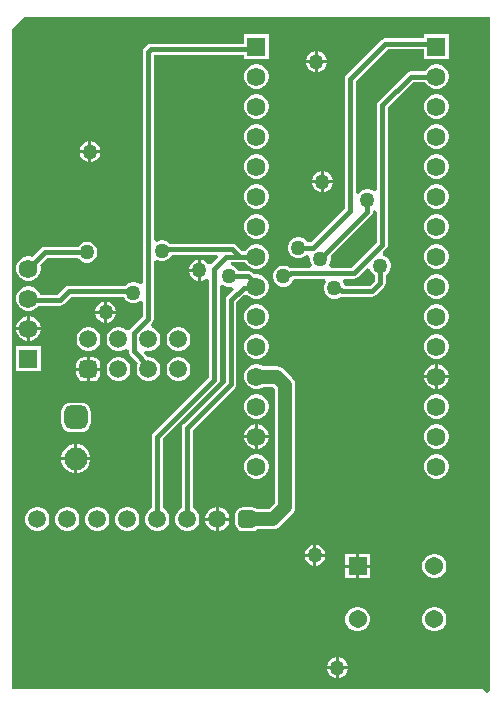
<source format=gbl>
G04*
G04 #@! TF.GenerationSoftware,Altium Limited,Altium Designer,25.6.2 (33)*
G04*
G04 Layer_Physical_Order=2*
G04 Layer_Color=16711680*
%FSLAX44Y44*%
%MOMM*%
G71*
G04*
G04 #@! TF.SameCoordinates,F49642FE-DF47-4963-9727-11F46748976D*
G04*
G04*
G04 #@! TF.FilePolarity,Positive*
G04*
G01*
G75*
%ADD12C,0.4000*%
%ADD26R,1.5900X1.5900*%
%ADD27C,1.5900*%
%ADD28R,1.5400X1.5400*%
%ADD29C,1.5400*%
%ADD38C,1.5000*%
G04:AMPARAMS|DCode=39|XSize=1.5mm|YSize=1.5mm|CornerRadius=0.375mm|HoleSize=0mm|Usage=FLASHONLY|Rotation=0.000|XOffset=0mm|YOffset=0mm|HoleType=Round|Shape=RoundedRectangle|*
%AMROUNDEDRECTD39*
21,1,1.5000,0.7500,0,0,0.0*
21,1,0.7500,1.5000,0,0,0.0*
1,1,0.7500,0.3750,-0.3750*
1,1,0.7500,-0.3750,-0.3750*
1,1,0.7500,-0.3750,0.3750*
1,1,0.7500,0.3750,0.3750*
%
%ADD39ROUNDEDRECTD39*%
G04:AMPARAMS|DCode=40|XSize=1.95mm|YSize=1.95mm|CornerRadius=0.4875mm|HoleSize=0mm|Usage=FLASHONLY|Rotation=270.000|XOffset=0mm|YOffset=0mm|HoleType=Round|Shape=RoundedRectangle|*
%AMROUNDEDRECTD40*
21,1,1.9500,0.9750,0,0,270.0*
21,1,0.9750,1.9500,0,0,270.0*
1,1,0.9750,-0.4875,-0.4875*
1,1,0.9750,-0.4875,0.4875*
1,1,0.9750,0.4875,0.4875*
1,1,0.9750,0.4875,-0.4875*
%
%ADD40ROUNDEDRECTD40*%
%ADD41C,1.9500*%
%ADD42C,1.5200*%
G04:AMPARAMS|DCode=43|XSize=1.52mm|YSize=1.52mm|CornerRadius=0.38mm|HoleSize=0mm|Usage=FLASHONLY|Rotation=180.000|XOffset=0mm|YOffset=0mm|HoleType=Round|Shape=RoundedRectangle|*
%AMROUNDEDRECTD43*
21,1,1.5200,0.7600,0,0,180.0*
21,1,0.7600,1.5200,0,0,180.0*
1,1,0.7600,-0.3800,0.3800*
1,1,0.7600,0.3800,0.3800*
1,1,0.7600,0.3800,-0.3800*
1,1,0.7600,-0.3800,-0.3800*
%
%ADD43ROUNDEDRECTD43*%
%ADD44C,1.2700*%
%ADD45C,1.2000*%
G36*
X760730Y148590D02*
X758190Y146050D01*
X754380Y149860D01*
X355600D01*
Y708660D01*
X365760Y718820D01*
X760730D01*
Y148590D01*
D02*
G37*
%LPC*%
G36*
X725500Y703910D02*
X704520D01*
Y700589D01*
X671830D01*
X670059Y700237D01*
X668557Y699233D01*
X668557Y699233D01*
X638819Y669495D01*
X637816Y667994D01*
X637463Y666222D01*
X637463Y666222D01*
Y556540D01*
X608792Y527869D01*
X605763D01*
X605284Y528699D01*
X603629Y530354D01*
X601601Y531524D01*
X599340Y532130D01*
X597000D01*
X594739Y531524D01*
X592711Y530354D01*
X591056Y528699D01*
X589886Y526671D01*
X589280Y524410D01*
Y522070D01*
X589886Y519809D01*
X591056Y517781D01*
X592711Y516126D01*
X594739Y514956D01*
X597000Y514350D01*
X599340D01*
X601601Y514956D01*
X603629Y516126D01*
X604519Y517017D01*
X605938Y517034D01*
X607447Y515528D01*
X607892Y514826D01*
Y512742D01*
X608498Y510481D01*
X609458Y508819D01*
X609028Y507471D01*
X608251Y506279D01*
X592163D01*
X592163Y506279D01*
X591087Y506065D01*
X590929Y506224D01*
X588901Y507394D01*
X586640Y508000D01*
X584300D01*
X582039Y507394D01*
X580011Y506224D01*
X578356Y504569D01*
X577186Y502541D01*
X576580Y500280D01*
Y497940D01*
X577186Y495679D01*
X578356Y493651D01*
X580011Y491996D01*
X582039Y490826D01*
X584300Y490220D01*
X586640D01*
X588901Y490826D01*
X590929Y491996D01*
X592584Y493651D01*
X593754Y495679D01*
X594114Y497021D01*
X620557D01*
X621609Y494481D01*
X621536Y494409D01*
X620366Y492381D01*
X619760Y490120D01*
Y487780D01*
X620366Y485519D01*
X621536Y483491D01*
X623191Y481836D01*
X625219Y480666D01*
X627480Y480060D01*
X629820D01*
X632081Y480666D01*
X634109Y481836D01*
X634267Y481995D01*
X635343Y481781D01*
X635343Y481781D01*
X660400D01*
X660400Y481781D01*
X662171Y482133D01*
X663673Y483137D01*
X670563Y490027D01*
X670563Y490027D01*
X671567Y491529D01*
X671919Y493300D01*
X671919Y493300D01*
Y500407D01*
X672749Y500886D01*
X674404Y502541D01*
X675574Y504569D01*
X676180Y506830D01*
Y509170D01*
X675574Y511431D01*
X674404Y513459D01*
X672749Y515114D01*
X670721Y516284D01*
X670099Y516451D01*
X669340Y519284D01*
X672563Y522507D01*
X672563Y522507D01*
X673567Y524009D01*
X673919Y525780D01*
X673919Y525780D01*
Y641973D01*
X695337Y663391D01*
X705570D01*
X706616Y661579D01*
X708569Y659626D01*
X710961Y658245D01*
X713629Y657530D01*
X716391D01*
X719059Y658245D01*
X721451Y659626D01*
X723404Y661579D01*
X724785Y663971D01*
X725500Y666639D01*
Y669401D01*
X724785Y672069D01*
X723404Y674461D01*
X721451Y676414D01*
X719059Y677795D01*
X716391Y678510D01*
X713629D01*
X710961Y677795D01*
X708569Y676414D01*
X706616Y674461D01*
X705570Y672649D01*
X693420D01*
X693420Y672649D01*
X691649Y672297D01*
X690147Y671293D01*
X690147Y671293D01*
X666017Y647163D01*
X665013Y645661D01*
X664661Y643890D01*
X664661Y643890D01*
Y571973D01*
X662121Y570921D01*
X662049Y570994D01*
X660021Y572164D01*
X657760Y572770D01*
X655420D01*
X653159Y572164D01*
X651131Y570994D01*
X649476Y569339D01*
X649261Y568966D01*
X646721Y569647D01*
Y664305D01*
X673747Y691331D01*
X704520D01*
Y682930D01*
X725500D01*
Y703910D01*
D02*
G37*
G36*
X573100D02*
X552120D01*
Y695781D01*
X473241D01*
X471470Y695429D01*
X469968Y694425D01*
X469968Y694425D01*
X467625Y692082D01*
X466621Y690580D01*
X466269Y688809D01*
X466269Y688809D01*
Y493506D01*
X464572Y492598D01*
X463729Y492369D01*
X461901Y493424D01*
X459640Y494030D01*
X457300D01*
X455039Y493424D01*
X453011Y492254D01*
X451797Y491039D01*
X403860D01*
X403860Y491039D01*
X402089Y490687D01*
X400587Y489683D01*
X394323Y483419D01*
X379530D01*
X379345Y484109D01*
X377964Y486501D01*
X376011Y488454D01*
X373619Y489835D01*
X370951Y490550D01*
X368189D01*
X365521Y489835D01*
X363129Y488454D01*
X361176Y486501D01*
X359795Y484109D01*
X359080Y481441D01*
Y478679D01*
X359795Y476011D01*
X361176Y473619D01*
X363129Y471666D01*
X365521Y470285D01*
X368189Y469570D01*
X370951D01*
X373619Y470285D01*
X376011Y471666D01*
X377964Y473619D01*
X378277Y474161D01*
X396240D01*
X396240Y474161D01*
X398011Y474513D01*
X399513Y475517D01*
X405777Y481781D01*
X450166D01*
X450186Y481709D01*
X451356Y479681D01*
X453011Y478026D01*
X455039Y476856D01*
X457300Y476250D01*
X459640D01*
X461901Y476856D01*
X463729Y477911D01*
X464572Y477682D01*
X466269Y476774D01*
Y464442D01*
X455857Y454030D01*
X455622Y453678D01*
X452706Y453175D01*
X452503Y453235D01*
X451935Y453804D01*
X449645Y455126D01*
X447092Y455810D01*
X444448D01*
X441895Y455126D01*
X439605Y453804D01*
X437736Y451935D01*
X436414Y449645D01*
X435730Y447092D01*
Y444448D01*
X436414Y441895D01*
X437736Y439605D01*
X439605Y437736D01*
X441895Y436414D01*
X444448Y435730D01*
X447092D01*
X449645Y436414D01*
X451935Y437736D01*
X451961Y437762D01*
X454501Y436710D01*
Y435387D01*
X454501Y435387D01*
X454853Y433615D01*
X455857Y432113D01*
X462514Y425457D01*
X461814Y424245D01*
X461130Y421692D01*
Y419048D01*
X461814Y416495D01*
X463136Y414205D01*
X465005Y412336D01*
X467295Y411014D01*
X469848Y410330D01*
X472492D01*
X475045Y411014D01*
X477335Y412336D01*
X479204Y414205D01*
X480526Y416495D01*
X481210Y419048D01*
Y421692D01*
X480526Y424245D01*
X479204Y426535D01*
X477335Y428404D01*
X475045Y429726D01*
X472492Y430410D01*
X470653D01*
X467272Y433791D01*
X468587Y436068D01*
X469848Y435730D01*
X472492D01*
X475045Y436414D01*
X477335Y437736D01*
X479204Y439605D01*
X480526Y441895D01*
X481210Y444448D01*
Y447092D01*
X480526Y449645D01*
X479204Y451935D01*
X477335Y453804D01*
X475045Y455126D01*
X473935Y455423D01*
X473176Y458256D01*
X474171Y459252D01*
X474171Y459252D01*
X475174Y460754D01*
X475527Y462525D01*
Y511836D01*
X478067Y513052D01*
X479169Y512416D01*
X481430Y511810D01*
X483770D01*
X486031Y512416D01*
X488059Y513586D01*
X489714Y515241D01*
X490884Y517269D01*
X490904Y517341D01*
X529066D01*
X530038Y514994D01*
X524505Y509461D01*
X521861Y509492D01*
X521502Y509633D01*
X521386Y509727D01*
X519809Y511304D01*
X517781Y512474D01*
X515620Y513053D01*
Y504190D01*
Y495327D01*
X517781Y495906D01*
X519809Y497076D01*
X519881Y497149D01*
X522421Y496097D01*
Y413397D01*
X475517Y366493D01*
X474513Y364991D01*
X474161Y363220D01*
X474161Y363220D01*
Y302406D01*
X472564Y301484D01*
X470676Y299596D01*
X469341Y297284D01*
X468650Y294705D01*
Y292035D01*
X469341Y289456D01*
X470676Y287144D01*
X472564Y285256D01*
X474876Y283921D01*
X477455Y283230D01*
X480125D01*
X482704Y283921D01*
X485016Y285256D01*
X486904Y287144D01*
X488239Y289456D01*
X488930Y292035D01*
Y294705D01*
X488239Y297284D01*
X486904Y299596D01*
X485016Y301484D01*
X483419Y302406D01*
Y361303D01*
X530323Y408207D01*
X530323Y408207D01*
X531327Y409709D01*
X531679Y411480D01*
X531679Y411480D01*
Y491017D01*
X534219Y492069D01*
X534291Y491996D01*
X536319Y490826D01*
X538580Y490220D01*
X540920D01*
X543323Y488234D01*
X543400Y487716D01*
X537747Y482063D01*
X536743Y480561D01*
X536391Y478790D01*
X536391Y478790D01*
Y409587D01*
X500917Y374113D01*
X499913Y372611D01*
X499561Y370840D01*
X499561Y370840D01*
Y302406D01*
X497964Y301484D01*
X496076Y299596D01*
X494741Y297284D01*
X494050Y294705D01*
Y292035D01*
X494741Y289456D01*
X496076Y287144D01*
X497964Y285256D01*
X500276Y283921D01*
X502855Y283230D01*
X505525D01*
X508104Y283921D01*
X510416Y285256D01*
X512304Y287144D01*
X513639Y289456D01*
X514330Y292035D01*
Y294705D01*
X513639Y297284D01*
X512304Y299596D01*
X510416Y301484D01*
X508819Y302406D01*
Y368923D01*
X544293Y404397D01*
X544293Y404397D01*
X545297Y405899D01*
X545649Y407670D01*
X545649Y407670D01*
Y476873D01*
X551749Y482972D01*
X552221Y483127D01*
X555182Y482813D01*
X556169Y481826D01*
X558561Y480445D01*
X561229Y479730D01*
X563991D01*
X566659Y480445D01*
X569051Y481826D01*
X571004Y483779D01*
X572385Y486171D01*
X573100Y488839D01*
Y491601D01*
X572385Y494269D01*
X571004Y496661D01*
X569051Y498614D01*
X566659Y499995D01*
X563991Y500710D01*
X561229D01*
X560285Y500457D01*
X558359Y502383D01*
X556857Y503387D01*
X555085Y503739D01*
X555085Y503739D01*
X547343D01*
X546864Y504569D01*
X545209Y506224D01*
X543181Y507394D01*
X542086Y507688D01*
X540932Y510103D01*
X540934Y510535D01*
X541239Y510991D01*
X553170D01*
X554216Y509179D01*
X556169Y507226D01*
X558561Y505845D01*
X561229Y505130D01*
X563991D01*
X566659Y505845D01*
X569051Y507226D01*
X571004Y509179D01*
X572385Y511571D01*
X573100Y514239D01*
Y517001D01*
X572385Y519669D01*
X571004Y522061D01*
X569051Y524014D01*
X566659Y525395D01*
X563991Y526110D01*
X561229D01*
X558561Y525395D01*
X556169Y524014D01*
X554216Y522061D01*
X553170Y520249D01*
X550557D01*
X545563Y525243D01*
X544061Y526247D01*
X542290Y526599D01*
X542290Y526599D01*
X489273D01*
X488059Y527814D01*
X486031Y528984D01*
X483770Y529590D01*
X481430D01*
X479169Y528984D01*
X478067Y528348D01*
X475527Y529564D01*
Y686523D01*
X552120D01*
Y682930D01*
X573100D01*
Y703910D01*
D02*
G37*
G36*
X614680Y689583D02*
Y681990D01*
X622273D01*
X621694Y684151D01*
X620524Y686179D01*
X618869Y687834D01*
X616841Y689004D01*
X614680Y689583D01*
D02*
G37*
G36*
X612140D02*
X609979Y689004D01*
X607951Y687834D01*
X606296Y686179D01*
X605126Y684151D01*
X604547Y681990D01*
X612140D01*
Y689583D01*
D02*
G37*
G36*
X622273Y679450D02*
X614680D01*
Y671857D01*
X616841Y672436D01*
X618869Y673606D01*
X620524Y675261D01*
X621694Y677289D01*
X622273Y679450D01*
D02*
G37*
G36*
X612140D02*
X604547D01*
X605126Y677289D01*
X606296Y675261D01*
X607951Y673606D01*
X609979Y672436D01*
X612140Y671857D01*
Y679450D01*
D02*
G37*
G36*
X563991Y678510D02*
X561229D01*
X558561Y677795D01*
X556169Y676414D01*
X554216Y674461D01*
X552835Y672069D01*
X552120Y669401D01*
Y666639D01*
X552835Y663971D01*
X554216Y661579D01*
X556169Y659626D01*
X558561Y658245D01*
X561229Y657530D01*
X563991D01*
X566659Y658245D01*
X569051Y659626D01*
X571004Y661579D01*
X572385Y663971D01*
X573100Y666639D01*
Y669401D01*
X572385Y672069D01*
X571004Y674461D01*
X569051Y676414D01*
X566659Y677795D01*
X563991Y678510D01*
D02*
G37*
G36*
X716391Y653110D02*
X713629D01*
X710961Y652395D01*
X708569Y651014D01*
X706616Y649061D01*
X705235Y646669D01*
X704520Y644001D01*
Y641239D01*
X705235Y638571D01*
X706616Y636179D01*
X708569Y634226D01*
X710961Y632845D01*
X713629Y632130D01*
X716391D01*
X719059Y632845D01*
X721451Y634226D01*
X723404Y636179D01*
X724785Y638571D01*
X725500Y641239D01*
Y644001D01*
X724785Y646669D01*
X723404Y649061D01*
X721451Y651014D01*
X719059Y652395D01*
X716391Y653110D01*
D02*
G37*
G36*
X563991D02*
X561229D01*
X558561Y652395D01*
X556169Y651014D01*
X554216Y649061D01*
X552835Y646669D01*
X552120Y644001D01*
Y641239D01*
X552835Y638571D01*
X554216Y636179D01*
X556169Y634226D01*
X558561Y632845D01*
X561229Y632130D01*
X563991D01*
X566659Y632845D01*
X569051Y634226D01*
X571004Y636179D01*
X572385Y638571D01*
X573100Y641239D01*
Y644001D01*
X572385Y646669D01*
X571004Y649061D01*
X569051Y651014D01*
X566659Y652395D01*
X563991Y653110D01*
D02*
G37*
G36*
X716391Y627710D02*
X713629D01*
X710961Y626995D01*
X708569Y625614D01*
X706616Y623661D01*
X705235Y621269D01*
X704520Y618601D01*
Y615839D01*
X705235Y613171D01*
X706616Y610779D01*
X708569Y608826D01*
X710961Y607445D01*
X713629Y606730D01*
X716391D01*
X719059Y607445D01*
X721451Y608826D01*
X723404Y610779D01*
X724785Y613171D01*
X725500Y615839D01*
Y618601D01*
X724785Y621269D01*
X723404Y623661D01*
X721451Y625614D01*
X719059Y626995D01*
X716391Y627710D01*
D02*
G37*
G36*
X563991D02*
X561229D01*
X558561Y626995D01*
X556169Y625614D01*
X554216Y623661D01*
X552835Y621269D01*
X552120Y618601D01*
Y615839D01*
X552835Y613171D01*
X554216Y610779D01*
X556169Y608826D01*
X558561Y607445D01*
X561229Y606730D01*
X563991D01*
X566659Y607445D01*
X569051Y608826D01*
X571004Y610779D01*
X572385Y613171D01*
X573100Y615839D01*
Y618601D01*
X572385Y621269D01*
X571004Y623661D01*
X569051Y625614D01*
X566659Y626995D01*
X563991Y627710D01*
D02*
G37*
G36*
X422910Y613383D02*
Y605790D01*
X430503D01*
X429924Y607951D01*
X428754Y609979D01*
X427099Y611634D01*
X425071Y612804D01*
X422910Y613383D01*
D02*
G37*
G36*
X420370D02*
X418209Y612804D01*
X416181Y611634D01*
X414526Y609979D01*
X413356Y607951D01*
X412777Y605790D01*
X420370D01*
Y613383D01*
D02*
G37*
G36*
X430503Y603250D02*
X422910D01*
Y595657D01*
X425071Y596236D01*
X427099Y597406D01*
X428754Y599061D01*
X429924Y601089D01*
X430503Y603250D01*
D02*
G37*
G36*
X420370D02*
X412777D01*
X413356Y601089D01*
X414526Y599061D01*
X416181Y597406D01*
X418209Y596236D01*
X420370Y595657D01*
Y603250D01*
D02*
G37*
G36*
X716391Y602310D02*
X713629D01*
X710961Y601595D01*
X708569Y600214D01*
X706616Y598261D01*
X705235Y595869D01*
X704520Y593201D01*
Y590439D01*
X705235Y587771D01*
X706616Y585379D01*
X708569Y583426D01*
X710961Y582045D01*
X713629Y581330D01*
X716391D01*
X719059Y582045D01*
X721451Y583426D01*
X723404Y585379D01*
X724785Y587771D01*
X725500Y590439D01*
Y593201D01*
X724785Y595869D01*
X723404Y598261D01*
X721451Y600214D01*
X719059Y601595D01*
X716391Y602310D01*
D02*
G37*
G36*
X563991D02*
X561229D01*
X558561Y601595D01*
X556169Y600214D01*
X554216Y598261D01*
X552835Y595869D01*
X552120Y593201D01*
Y590439D01*
X552835Y587771D01*
X554216Y585379D01*
X556169Y583426D01*
X558561Y582045D01*
X561229Y581330D01*
X563991D01*
X566659Y582045D01*
X569051Y583426D01*
X571004Y585379D01*
X572385Y587771D01*
X573100Y590439D01*
Y593201D01*
X572385Y595869D01*
X571004Y598261D01*
X569051Y600214D01*
X566659Y601595D01*
X563991Y602310D01*
D02*
G37*
G36*
X619760Y587983D02*
Y580390D01*
X627353D01*
X626774Y582551D01*
X625604Y584579D01*
X623949Y586234D01*
X621921Y587404D01*
X619760Y587983D01*
D02*
G37*
G36*
X617220D02*
X615059Y587404D01*
X613031Y586234D01*
X611376Y584579D01*
X610206Y582551D01*
X609627Y580390D01*
X617220D01*
Y587983D01*
D02*
G37*
G36*
X627353Y577850D02*
X619760D01*
Y570257D01*
X621921Y570836D01*
X623949Y572006D01*
X625604Y573661D01*
X626774Y575689D01*
X627353Y577850D01*
D02*
G37*
G36*
X617220D02*
X609627D01*
X610206Y575689D01*
X611376Y573661D01*
X613031Y572006D01*
X615059Y570836D01*
X617220Y570257D01*
Y577850D01*
D02*
G37*
G36*
X716391Y576910D02*
X713629D01*
X710961Y576195D01*
X708569Y574814D01*
X706616Y572861D01*
X705235Y570469D01*
X704520Y567801D01*
Y565039D01*
X705235Y562371D01*
X706616Y559979D01*
X708569Y558026D01*
X710961Y556645D01*
X713629Y555930D01*
X716391D01*
X719059Y556645D01*
X721451Y558026D01*
X723404Y559979D01*
X724785Y562371D01*
X725500Y565039D01*
Y567801D01*
X724785Y570469D01*
X723404Y572861D01*
X721451Y574814D01*
X719059Y576195D01*
X716391Y576910D01*
D02*
G37*
G36*
X563991D02*
X561229D01*
X558561Y576195D01*
X556169Y574814D01*
X554216Y572861D01*
X552835Y570469D01*
X552120Y567801D01*
Y565039D01*
X552835Y562371D01*
X554216Y559979D01*
X556169Y558026D01*
X558561Y556645D01*
X561229Y555930D01*
X563991D01*
X566659Y556645D01*
X569051Y558026D01*
X571004Y559979D01*
X572385Y562371D01*
X573100Y565039D01*
Y567801D01*
X572385Y570469D01*
X571004Y572861D01*
X569051Y574814D01*
X566659Y576195D01*
X563991Y576910D01*
D02*
G37*
G36*
X716391Y551510D02*
X713629D01*
X710961Y550795D01*
X708569Y549414D01*
X706616Y547461D01*
X705235Y545069D01*
X704520Y542401D01*
Y539639D01*
X705235Y536971D01*
X706616Y534579D01*
X708569Y532626D01*
X710961Y531245D01*
X713629Y530530D01*
X716391D01*
X719059Y531245D01*
X721451Y532626D01*
X723404Y534579D01*
X724785Y536971D01*
X725500Y539639D01*
Y542401D01*
X724785Y545069D01*
X723404Y547461D01*
X721451Y549414D01*
X719059Y550795D01*
X716391Y551510D01*
D02*
G37*
G36*
X563991D02*
X561229D01*
X558561Y550795D01*
X556169Y549414D01*
X554216Y547461D01*
X552835Y545069D01*
X552120Y542401D01*
Y539639D01*
X552835Y536971D01*
X554216Y534579D01*
X556169Y532626D01*
X558561Y531245D01*
X561229Y530530D01*
X563991D01*
X566659Y531245D01*
X569051Y532626D01*
X571004Y534579D01*
X572385Y536971D01*
X573100Y539639D01*
Y542401D01*
X572385Y545069D01*
X571004Y547461D01*
X569051Y549414D01*
X566659Y550795D01*
X563991Y551510D01*
D02*
G37*
G36*
X420270Y528320D02*
X417930D01*
X415669Y527714D01*
X413641Y526544D01*
X411986Y524889D01*
X411507Y524059D01*
X383540D01*
X381769Y523707D01*
X380267Y522703D01*
X380267Y522703D01*
X372972Y515409D01*
X370951Y515950D01*
X368189D01*
X365521Y515235D01*
X363129Y513854D01*
X361176Y511901D01*
X359795Y509509D01*
X359080Y506841D01*
Y504079D01*
X359795Y501411D01*
X361176Y499019D01*
X363129Y497066D01*
X365521Y495685D01*
X368189Y494970D01*
X370951D01*
X373619Y495685D01*
X376011Y497066D01*
X377964Y499019D01*
X379345Y501411D01*
X380060Y504079D01*
Y506841D01*
X379519Y508862D01*
X385457Y514801D01*
X411507D01*
X411986Y513971D01*
X413641Y512316D01*
X415669Y511146D01*
X417930Y510540D01*
X420270D01*
X422531Y511146D01*
X424559Y512316D01*
X426214Y513971D01*
X427384Y515999D01*
X427990Y518260D01*
Y520600D01*
X427384Y522861D01*
X426214Y524889D01*
X424559Y526544D01*
X422531Y527714D01*
X420270Y528320D01*
D02*
G37*
G36*
X513080Y513053D02*
X510919Y512474D01*
X508891Y511304D01*
X507236Y509649D01*
X506066Y507621D01*
X505487Y505460D01*
X513080D01*
Y513053D01*
D02*
G37*
G36*
X716391Y526110D02*
X713629D01*
X710961Y525395D01*
X708569Y524014D01*
X706616Y522061D01*
X705235Y519669D01*
X704520Y517001D01*
Y514239D01*
X705235Y511571D01*
X706616Y509179D01*
X708569Y507226D01*
X710961Y505845D01*
X713629Y505130D01*
X716391D01*
X719059Y505845D01*
X721451Y507226D01*
X723404Y509179D01*
X724785Y511571D01*
X725500Y514239D01*
Y517001D01*
X724785Y519669D01*
X723404Y522061D01*
X721451Y524014D01*
X719059Y525395D01*
X716391Y526110D01*
D02*
G37*
G36*
X513080Y502920D02*
X505487D01*
X506066Y500759D01*
X507236Y498731D01*
X508891Y497076D01*
X510919Y495906D01*
X513080Y495327D01*
Y502920D01*
D02*
G37*
G36*
X716391Y500710D02*
X713629D01*
X710961Y499995D01*
X708569Y498614D01*
X706616Y496661D01*
X705235Y494269D01*
X704520Y491601D01*
Y488839D01*
X705235Y486171D01*
X706616Y483779D01*
X708569Y481826D01*
X710961Y480445D01*
X713629Y479730D01*
X716391D01*
X719059Y480445D01*
X721451Y481826D01*
X723404Y483779D01*
X724785Y486171D01*
X725500Y488839D01*
Y491601D01*
X724785Y494269D01*
X723404Y496661D01*
X721451Y498614D01*
X719059Y499995D01*
X716391Y500710D01*
D02*
G37*
G36*
X436150Y477493D02*
Y469900D01*
X443743D01*
X443164Y472061D01*
X441994Y474089D01*
X440339Y475744D01*
X438311Y476914D01*
X436150Y477493D01*
D02*
G37*
G36*
X433610D02*
X431449Y476914D01*
X429421Y475744D01*
X427766Y474089D01*
X426596Y472061D01*
X426017Y469900D01*
X433610D01*
Y477493D01*
D02*
G37*
G36*
X443743Y467360D02*
X436150D01*
Y459767D01*
X438311Y460346D01*
X440339Y461516D01*
X441994Y463171D01*
X443164Y465199D01*
X443743Y467360D01*
D02*
G37*
G36*
X433610D02*
X426017D01*
X426596Y465199D01*
X427766Y463171D01*
X429421Y461516D01*
X431449Y460346D01*
X433610Y459767D01*
Y467360D01*
D02*
G37*
G36*
X370951Y465150D02*
X370840D01*
Y455930D01*
X380060D01*
Y456041D01*
X379345Y458709D01*
X377964Y461101D01*
X376011Y463054D01*
X373619Y464435D01*
X370951Y465150D01*
D02*
G37*
G36*
X368300D02*
X368189D01*
X365521Y464435D01*
X363129Y463054D01*
X361176Y461101D01*
X359795Y458709D01*
X359080Y456041D01*
Y455930D01*
X368300D01*
Y465150D01*
D02*
G37*
G36*
X716391Y475310D02*
X713629D01*
X710961Y474595D01*
X708569Y473214D01*
X706616Y471261D01*
X705235Y468869D01*
X704520Y466201D01*
Y463439D01*
X705235Y460771D01*
X706616Y458379D01*
X708569Y456426D01*
X710961Y455045D01*
X713629Y454330D01*
X716391D01*
X719059Y455045D01*
X721451Y456426D01*
X723404Y458379D01*
X724785Y460771D01*
X725500Y463439D01*
Y466201D01*
X724785Y468869D01*
X723404Y471261D01*
X721451Y473214D01*
X719059Y474595D01*
X716391Y475310D01*
D02*
G37*
G36*
X563991D02*
X561229D01*
X558561Y474595D01*
X556169Y473214D01*
X554216Y471261D01*
X552835Y468869D01*
X552120Y466201D01*
Y463439D01*
X552835Y460771D01*
X554216Y458379D01*
X556169Y456426D01*
X558561Y455045D01*
X561229Y454330D01*
X563991D01*
X566659Y455045D01*
X569051Y456426D01*
X571004Y458379D01*
X572385Y460771D01*
X573100Y463439D01*
Y466201D01*
X572385Y468869D01*
X571004Y471261D01*
X569051Y473214D01*
X566659Y474595D01*
X563991Y475310D01*
D02*
G37*
G36*
X380060Y453390D02*
X370840D01*
Y444170D01*
X370951D01*
X373619Y444885D01*
X376011Y446266D01*
X377964Y448219D01*
X379345Y450611D01*
X380060Y453279D01*
Y453390D01*
D02*
G37*
G36*
X368300D02*
X359080D01*
Y453279D01*
X359795Y450611D01*
X361176Y448219D01*
X363129Y446266D01*
X365521Y444885D01*
X368189Y444170D01*
X368300D01*
Y453390D01*
D02*
G37*
G36*
X497892Y455810D02*
X495248D01*
X492695Y455126D01*
X490405Y453804D01*
X488536Y451935D01*
X487214Y449645D01*
X486530Y447092D01*
Y444448D01*
X487214Y441895D01*
X488536Y439605D01*
X490405Y437736D01*
X492695Y436414D01*
X495248Y435730D01*
X497892D01*
X500445Y436414D01*
X502735Y437736D01*
X504604Y439605D01*
X505926Y441895D01*
X506610Y444448D01*
Y447092D01*
X505926Y449645D01*
X504604Y451935D01*
X502735Y453804D01*
X500445Y455126D01*
X497892Y455810D01*
D02*
G37*
G36*
X421692D02*
X419048D01*
X416495Y455126D01*
X414205Y453804D01*
X412336Y451935D01*
X411014Y449645D01*
X410330Y447092D01*
Y444448D01*
X411014Y441895D01*
X412336Y439605D01*
X414205Y437736D01*
X416495Y436414D01*
X419048Y435730D01*
X421692D01*
X424245Y436414D01*
X426535Y437736D01*
X428404Y439605D01*
X429726Y441895D01*
X430410Y444448D01*
Y447092D01*
X429726Y449645D01*
X428404Y451935D01*
X426535Y453804D01*
X424245Y455126D01*
X421692Y455810D01*
D02*
G37*
G36*
X716391Y449910D02*
X713629D01*
X710961Y449195D01*
X708569Y447814D01*
X706616Y445861D01*
X705235Y443469D01*
X704520Y440801D01*
Y438039D01*
X705235Y435371D01*
X706616Y432979D01*
X708569Y431026D01*
X710961Y429645D01*
X713629Y428930D01*
X716391D01*
X719059Y429645D01*
X721451Y431026D01*
X723404Y432979D01*
X724785Y435371D01*
X725500Y438039D01*
Y440801D01*
X724785Y443469D01*
X723404Y445861D01*
X721451Y447814D01*
X719059Y449195D01*
X716391Y449910D01*
D02*
G37*
G36*
X563991D02*
X561229D01*
X558561Y449195D01*
X556169Y447814D01*
X554216Y445861D01*
X552835Y443469D01*
X552120Y440801D01*
Y438039D01*
X552835Y435371D01*
X554216Y432979D01*
X556169Y431026D01*
X558561Y429645D01*
X561229Y428930D01*
X563991D01*
X566659Y429645D01*
X569051Y431026D01*
X571004Y432979D01*
X572385Y435371D01*
X573100Y438039D01*
Y440801D01*
X572385Y443469D01*
X571004Y445861D01*
X569051Y447814D01*
X566659Y449195D01*
X563991Y449910D01*
D02*
G37*
G36*
X424120Y430533D02*
X421640D01*
Y421640D01*
X430533D01*
Y424120D01*
X430045Y426574D01*
X428655Y428655D01*
X426574Y430045D01*
X424120Y430533D01*
D02*
G37*
G36*
X419100D02*
X416620D01*
X414166Y430045D01*
X412085Y428655D01*
X410695Y426574D01*
X410207Y424120D01*
Y421640D01*
X419100D01*
Y430533D01*
D02*
G37*
G36*
X380060Y439750D02*
X359080D01*
Y418770D01*
X380060D01*
Y439750D01*
D02*
G37*
G36*
X716391Y424510D02*
X716280D01*
Y415290D01*
X725500D01*
Y415401D01*
X724785Y418069D01*
X723404Y420461D01*
X721451Y422414D01*
X719059Y423795D01*
X716391Y424510D01*
D02*
G37*
G36*
X713740D02*
X713629D01*
X710961Y423795D01*
X708569Y422414D01*
X706616Y420461D01*
X705235Y418069D01*
X704520Y415401D01*
Y415290D01*
X713740D01*
Y424510D01*
D02*
G37*
G36*
X497892Y430410D02*
X495248D01*
X492695Y429726D01*
X490405Y428404D01*
X488536Y426535D01*
X487214Y424245D01*
X486530Y421692D01*
Y419048D01*
X487214Y416495D01*
X488536Y414205D01*
X490405Y412336D01*
X492695Y411014D01*
X495248Y410330D01*
X497892D01*
X500445Y411014D01*
X502735Y412336D01*
X504604Y414205D01*
X505926Y416495D01*
X506610Y419048D01*
Y421692D01*
X505926Y424245D01*
X504604Y426535D01*
X502735Y428404D01*
X500445Y429726D01*
X497892Y430410D01*
D02*
G37*
G36*
X447092D02*
X444448D01*
X441895Y429726D01*
X439605Y428404D01*
X437736Y426535D01*
X436414Y424245D01*
X435730Y421692D01*
Y419048D01*
X436414Y416495D01*
X437736Y414205D01*
X439605Y412336D01*
X441895Y411014D01*
X444448Y410330D01*
X447092D01*
X449645Y411014D01*
X451935Y412336D01*
X453804Y414205D01*
X455126Y416495D01*
X455810Y419048D01*
Y421692D01*
X455126Y424245D01*
X453804Y426535D01*
X451935Y428404D01*
X449645Y429726D01*
X447092Y430410D01*
D02*
G37*
G36*
X430533Y419100D02*
X421640D01*
Y410207D01*
X424120D01*
X426574Y410695D01*
X428655Y412085D01*
X430045Y414166D01*
X430533Y416620D01*
Y419100D01*
D02*
G37*
G36*
X419100D02*
X410207D01*
Y416620D01*
X410695Y414166D01*
X412085Y412085D01*
X414166Y410695D01*
X416620Y410207D01*
X419100D01*
Y419100D01*
D02*
G37*
G36*
X725500Y412750D02*
X716280D01*
Y403530D01*
X716391D01*
X719059Y404245D01*
X721451Y405626D01*
X723404Y407579D01*
X724785Y409971D01*
X725500Y412639D01*
Y412750D01*
D02*
G37*
G36*
X713740D02*
X704520D01*
Y412639D01*
X705235Y409971D01*
X706616Y407579D01*
X708569Y405626D01*
X710961Y404245D01*
X713629Y403530D01*
X713740D01*
Y412750D01*
D02*
G37*
G36*
X716391Y399110D02*
X713629D01*
X710961Y398395D01*
X708569Y397014D01*
X706616Y395061D01*
X705235Y392669D01*
X704520Y390001D01*
Y387239D01*
X705235Y384571D01*
X706616Y382179D01*
X708569Y380226D01*
X710961Y378845D01*
X713629Y378130D01*
X716391D01*
X719059Y378845D01*
X721451Y380226D01*
X723404Y382179D01*
X724785Y384571D01*
X725500Y387239D01*
Y390001D01*
X724785Y392669D01*
X723404Y395061D01*
X721451Y397014D01*
X719059Y398395D01*
X716391Y399110D01*
D02*
G37*
G36*
X563991D02*
X561229D01*
X558561Y398395D01*
X556169Y397014D01*
X554216Y395061D01*
X552835Y392669D01*
X552120Y390001D01*
Y387239D01*
X552835Y384571D01*
X554216Y382179D01*
X556169Y380226D01*
X558561Y378845D01*
X561229Y378130D01*
X563991D01*
X566659Y378845D01*
X569051Y380226D01*
X571004Y382179D01*
X572385Y384571D01*
X573100Y387239D01*
Y390001D01*
X572385Y392669D01*
X571004Y395061D01*
X569051Y397014D01*
X566659Y398395D01*
X563991Y399110D01*
D02*
G37*
G36*
X414625Y391804D02*
X404875D01*
X402939Y391549D01*
X401135Y390802D01*
X399587Y389613D01*
X398398Y388064D01*
X397651Y386261D01*
X397396Y384325D01*
Y374575D01*
X397651Y372639D01*
X398398Y370835D01*
X399587Y369287D01*
X401135Y368098D01*
X402939Y367351D01*
X404875Y367096D01*
X414625D01*
X416561Y367351D01*
X418364Y368098D01*
X419913Y369287D01*
X421102Y370835D01*
X421849Y372639D01*
X422104Y374575D01*
Y384325D01*
X421849Y386261D01*
X421102Y388064D01*
X419913Y389613D01*
X418364Y390802D01*
X416561Y391549D01*
X414625Y391804D01*
D02*
G37*
G36*
X563991Y373710D02*
X563880D01*
Y364490D01*
X573100D01*
Y364601D01*
X572385Y367269D01*
X571004Y369661D01*
X569051Y371614D01*
X566659Y372995D01*
X563991Y373710D01*
D02*
G37*
G36*
X561340D02*
X561229D01*
X558561Y372995D01*
X556169Y371614D01*
X554216Y369661D01*
X552835Y367269D01*
X552120Y364601D01*
Y364490D01*
X561340D01*
Y373710D01*
D02*
G37*
G36*
X716391D02*
X713629D01*
X710961Y372995D01*
X708569Y371614D01*
X706616Y369661D01*
X705235Y367269D01*
X704520Y364601D01*
Y361839D01*
X705235Y359171D01*
X706616Y356779D01*
X708569Y354826D01*
X710961Y353445D01*
X713629Y352730D01*
X716391D01*
X719059Y353445D01*
X721451Y354826D01*
X723404Y356779D01*
X724785Y359171D01*
X725500Y361839D01*
Y364601D01*
X724785Y367269D01*
X723404Y369661D01*
X721451Y371614D01*
X719059Y372995D01*
X716391Y373710D01*
D02*
G37*
G36*
X573100Y361950D02*
X563880D01*
Y352730D01*
X563991D01*
X566659Y353445D01*
X569051Y354826D01*
X571004Y356779D01*
X572385Y359171D01*
X573100Y361839D01*
Y361950D01*
D02*
G37*
G36*
X561340D02*
X552120D01*
Y361839D01*
X552835Y359171D01*
X554216Y356779D01*
X556169Y354826D01*
X558561Y353445D01*
X561229Y352730D01*
X561340D01*
Y361950D01*
D02*
G37*
G36*
X411368Y356740D02*
X411020D01*
Y345720D01*
X422040D01*
Y346068D01*
X421203Y349194D01*
X419585Y351996D01*
X417296Y354285D01*
X414494Y355902D01*
X411368Y356740D01*
D02*
G37*
G36*
X408480D02*
X408132D01*
X405006Y355902D01*
X402204Y354285D01*
X399916Y351996D01*
X398298Y349194D01*
X397460Y346068D01*
Y345720D01*
X408480D01*
Y356740D01*
D02*
G37*
G36*
X422040Y343180D02*
X411020D01*
Y332160D01*
X411368D01*
X414494Y332998D01*
X417296Y334616D01*
X419585Y336904D01*
X421203Y339706D01*
X422040Y342832D01*
Y343180D01*
D02*
G37*
G36*
X408480D02*
X397460D01*
Y342832D01*
X398298Y339706D01*
X399916Y336904D01*
X402204Y334616D01*
X405006Y332998D01*
X408132Y332160D01*
X408480D01*
Y343180D01*
D02*
G37*
G36*
X716391Y348310D02*
X713629D01*
X710961Y347595D01*
X708569Y346214D01*
X706616Y344261D01*
X705235Y341869D01*
X704520Y339201D01*
Y336439D01*
X705235Y333771D01*
X706616Y331379D01*
X708569Y329426D01*
X710961Y328045D01*
X713629Y327330D01*
X716391D01*
X719059Y328045D01*
X721451Y329426D01*
X723404Y331379D01*
X724785Y333771D01*
X725500Y336439D01*
Y339201D01*
X724785Y341869D01*
X723404Y344261D01*
X721451Y346214D01*
X719059Y347595D01*
X716391Y348310D01*
D02*
G37*
G36*
X563991D02*
X561229D01*
X558561Y347595D01*
X556169Y346214D01*
X554216Y344261D01*
X552835Y341869D01*
X552120Y339201D01*
Y336439D01*
X552835Y333771D01*
X554216Y331379D01*
X556169Y329426D01*
X558561Y328045D01*
X561229Y327330D01*
X563991D01*
X566659Y328045D01*
X569051Y329426D01*
X571004Y331379D01*
X572385Y333771D01*
X573100Y336439D01*
Y339201D01*
X572385Y341869D01*
X571004Y344261D01*
X569051Y346214D01*
X566659Y347595D01*
X563991Y348310D01*
D02*
G37*
G36*
Y424510D02*
X561229D01*
X558561Y423795D01*
X556169Y422414D01*
X554216Y420461D01*
X552835Y418069D01*
X552120Y415401D01*
Y412639D01*
X552835Y409971D01*
X554216Y407579D01*
X556169Y405626D01*
X558561Y404245D01*
X561229Y403530D01*
X563991D01*
X566659Y404245D01*
X568671Y405406D01*
X576143D01*
X578126Y403423D01*
Y307098D01*
X573012Y301984D01*
X562998D01*
X561264Y303142D01*
X558790Y303634D01*
X551190D01*
X548716Y303142D01*
X546619Y301741D01*
X545218Y299644D01*
X544726Y297170D01*
Y289570D01*
X545218Y287096D01*
X546619Y284999D01*
X548716Y283598D01*
X551190Y283106D01*
X558790D01*
X561264Y283598D01*
X562998Y284756D01*
X576580D01*
X578809Y285050D01*
X579670Y285406D01*
X580887Y285910D01*
X582671Y287279D01*
X592831Y297439D01*
X592831Y297439D01*
X594200Y299223D01*
X595060Y301301D01*
X595354Y303530D01*
Y406990D01*
X595354Y406991D01*
X595207Y408105D01*
X595060Y409220D01*
X594200Y411297D01*
X592831Y413081D01*
X592831Y413081D01*
X585801Y420111D01*
X584017Y421480D01*
X582800Y421984D01*
X581940Y422340D01*
X579711Y422634D01*
X568671D01*
X566659Y423795D01*
X563991Y424510D01*
D02*
G37*
G36*
X530925Y303510D02*
X530860D01*
Y294640D01*
X539730D01*
Y294705D01*
X539039Y297284D01*
X537704Y299596D01*
X535816Y301484D01*
X533504Y302819D01*
X530925Y303510D01*
D02*
G37*
G36*
X528320D02*
X528255D01*
X525676Y302819D01*
X523364Y301484D01*
X521476Y299596D01*
X520141Y297284D01*
X519450Y294705D01*
Y294640D01*
X528320D01*
Y303510D01*
D02*
G37*
G36*
X539730Y292100D02*
X530860D01*
Y283230D01*
X530925D01*
X533504Y283921D01*
X535816Y285256D01*
X537704Y287144D01*
X539039Y289456D01*
X539730Y292035D01*
Y292100D01*
D02*
G37*
G36*
X528320D02*
X519450D01*
Y292035D01*
X520141Y289456D01*
X521476Y287144D01*
X523364Y285256D01*
X525676Y283921D01*
X528255Y283230D01*
X528320D01*
Y292100D01*
D02*
G37*
G36*
X454725Y303510D02*
X452055D01*
X449476Y302819D01*
X447164Y301484D01*
X445276Y299596D01*
X443941Y297284D01*
X443250Y294705D01*
Y292035D01*
X443941Y289456D01*
X445276Y287144D01*
X447164Y285256D01*
X449476Y283921D01*
X452055Y283230D01*
X454725D01*
X457304Y283921D01*
X459616Y285256D01*
X461504Y287144D01*
X462839Y289456D01*
X463530Y292035D01*
Y294705D01*
X462839Y297284D01*
X461504Y299596D01*
X459616Y301484D01*
X457304Y302819D01*
X454725Y303510D01*
D02*
G37*
G36*
X429325D02*
X426655D01*
X424076Y302819D01*
X421764Y301484D01*
X419876Y299596D01*
X418541Y297284D01*
X417850Y294705D01*
Y292035D01*
X418541Y289456D01*
X419876Y287144D01*
X421764Y285256D01*
X424076Y283921D01*
X426655Y283230D01*
X429325D01*
X431904Y283921D01*
X434216Y285256D01*
X436104Y287144D01*
X437439Y289456D01*
X438130Y292035D01*
Y294705D01*
X437439Y297284D01*
X436104Y299596D01*
X434216Y301484D01*
X431904Y302819D01*
X429325Y303510D01*
D02*
G37*
G36*
X403925D02*
X401255D01*
X398676Y302819D01*
X396364Y301484D01*
X394476Y299596D01*
X393141Y297284D01*
X392450Y294705D01*
Y292035D01*
X393141Y289456D01*
X394476Y287144D01*
X396364Y285256D01*
X398676Y283921D01*
X401255Y283230D01*
X403925D01*
X406504Y283921D01*
X408816Y285256D01*
X410704Y287144D01*
X412039Y289456D01*
X412730Y292035D01*
Y294705D01*
X412039Y297284D01*
X410704Y299596D01*
X408816Y301484D01*
X406504Y302819D01*
X403925Y303510D01*
D02*
G37*
G36*
X378525D02*
X375855D01*
X373276Y302819D01*
X370964Y301484D01*
X369076Y299596D01*
X367741Y297284D01*
X367050Y294705D01*
Y292035D01*
X367741Y289456D01*
X369076Y287144D01*
X370964Y285256D01*
X373276Y283921D01*
X375855Y283230D01*
X378525D01*
X381104Y283921D01*
X383416Y285256D01*
X385304Y287144D01*
X386639Y289456D01*
X387330Y292035D01*
Y294705D01*
X386639Y297284D01*
X385304Y299596D01*
X383416Y301484D01*
X381104Y302819D01*
X378525Y303510D01*
D02*
G37*
G36*
X613410Y271753D02*
Y264160D01*
X621003D01*
X620424Y266321D01*
X619254Y268349D01*
X617599Y270004D01*
X615571Y271174D01*
X613410Y271753D01*
D02*
G37*
G36*
X610870D02*
X608709Y271174D01*
X606681Y270004D01*
X605026Y268349D01*
X603856Y266321D01*
X603277Y264160D01*
X610870D01*
Y271753D01*
D02*
G37*
G36*
X658460Y263880D02*
X649490D01*
Y254910D01*
X658460D01*
Y263880D01*
D02*
G37*
G36*
X646950D02*
X637980D01*
Y254910D01*
X646950D01*
Y263880D01*
D02*
G37*
G36*
X621003Y261620D02*
X613410D01*
Y254027D01*
X615571Y254606D01*
X617599Y255776D01*
X619254Y257431D01*
X620424Y259459D01*
X621003Y261620D01*
D02*
G37*
G36*
X610870D02*
X603277D01*
X603856Y259459D01*
X605026Y257431D01*
X606681Y255776D01*
X608709Y254606D01*
X610870Y254027D01*
Y261620D01*
D02*
G37*
G36*
X714568Y263880D02*
X711872D01*
X709268Y263182D01*
X706933Y261834D01*
X705026Y259928D01*
X703678Y257593D01*
X702980Y254988D01*
Y252292D01*
X703678Y249688D01*
X705026Y247353D01*
X706933Y245446D01*
X709268Y244098D01*
X711872Y243400D01*
X714568D01*
X717172Y244098D01*
X719508Y245446D01*
X721414Y247353D01*
X722762Y249688D01*
X723460Y252292D01*
Y254988D01*
X722762Y257593D01*
X721414Y259928D01*
X719508Y261834D01*
X717172Y263182D01*
X714568Y263880D01*
D02*
G37*
G36*
X658460Y252370D02*
X649490D01*
Y243400D01*
X658460D01*
Y252370D01*
D02*
G37*
G36*
X646950D02*
X637980D01*
Y243400D01*
X646950D01*
Y252370D01*
D02*
G37*
G36*
X714568Y218880D02*
X711872D01*
X709268Y218182D01*
X706933Y216834D01*
X705026Y214928D01*
X703678Y212593D01*
X702980Y209988D01*
Y207292D01*
X703678Y204688D01*
X705026Y202353D01*
X706933Y200446D01*
X709268Y199098D01*
X711872Y198400D01*
X714568D01*
X717172Y199098D01*
X719508Y200446D01*
X721414Y202353D01*
X722762Y204688D01*
X723460Y207292D01*
Y209988D01*
X722762Y212593D01*
X721414Y214928D01*
X719508Y216834D01*
X717172Y218182D01*
X714568Y218880D01*
D02*
G37*
G36*
X649568D02*
X646872D01*
X644268Y218182D01*
X641933Y216834D01*
X640026Y214928D01*
X638678Y212593D01*
X637980Y209988D01*
Y207292D01*
X638678Y204688D01*
X640026Y202353D01*
X641933Y200446D01*
X644268Y199098D01*
X646872Y198400D01*
X649568D01*
X652172Y199098D01*
X654508Y200446D01*
X656414Y202353D01*
X657762Y204688D01*
X658460Y207292D01*
Y209988D01*
X657762Y212593D01*
X656414Y214928D01*
X654508Y216834D01*
X652172Y218182D01*
X649568Y218880D01*
D02*
G37*
G36*
X632460Y176503D02*
Y168910D01*
X640053D01*
X639474Y171071D01*
X638304Y173099D01*
X636649Y174754D01*
X634621Y175924D01*
X632460Y176503D01*
D02*
G37*
G36*
X629920D02*
X627759Y175924D01*
X625731Y174754D01*
X624076Y173099D01*
X622906Y171071D01*
X622327Y168910D01*
X629920D01*
Y176503D01*
D02*
G37*
G36*
X640053Y166370D02*
X632460D01*
Y158777D01*
X634621Y159356D01*
X636649Y160526D01*
X638304Y162181D01*
X639474Y164209D01*
X640053Y166370D01*
D02*
G37*
G36*
X629920D02*
X622327D01*
X622906Y164209D01*
X624076Y162181D01*
X625731Y160526D01*
X627759Y159356D01*
X629920Y158777D01*
Y166370D01*
D02*
G37*
%LPD*%
G36*
X664661Y553708D02*
Y527697D01*
X643243Y506279D01*
X625313D01*
X624537Y507471D01*
X624107Y508819D01*
X625066Y510481D01*
X625672Y512742D01*
Y515083D01*
X625424Y516008D01*
X659863Y550447D01*
X659863Y550447D01*
X660867Y551949D01*
X661219Y553720D01*
Y554463D01*
X662121Y555066D01*
X664661Y553708D01*
D02*
G37*
G36*
X658839Y505191D02*
X659006Y504569D01*
X660176Y502541D01*
X661831Y500886D01*
X662661Y500407D01*
Y495217D01*
X658483Y491039D01*
X637294D01*
X636934Y492381D01*
X635764Y494409D01*
X635691Y494481D01*
X636743Y497021D01*
X645160D01*
X645160Y497021D01*
X646931Y497373D01*
X648433Y498377D01*
X656006Y505950D01*
X658839Y505191D01*
D02*
G37*
D12*
X403860Y486410D02*
X457200D01*
X458470Y485140D01*
X470898Y462525D02*
Y688809D01*
X473241Y691152D01*
X459130Y450757D02*
X470898Y462525D01*
X473241Y691152D02*
X560342D01*
X482600Y520700D02*
X483870Y521970D01*
X542290D01*
X537210Y515620D02*
X548640D01*
X542290Y521970D02*
X548640Y515620D01*
X562610D01*
X527050Y505460D02*
X537210Y515620D01*
X459130Y435387D02*
Y450757D01*
Y435387D02*
X471170Y423347D01*
X628650Y488950D02*
X630315Y487285D01*
X634468D01*
X667290Y493300D02*
Y508000D01*
X634468Y487285D02*
X635343Y486410D01*
X660400D02*
X667290Y493300D01*
X635343Y486410D02*
X660400D01*
X592163Y501650D02*
X645160D01*
X669290Y525780D01*
X560342Y691152D02*
X562610Y693420D01*
X471170Y420370D02*
Y423347D01*
X669290Y643890D02*
X693420Y668020D01*
X715010D01*
X669290Y525780D02*
Y643890D01*
X591288Y500775D02*
X592163Y501650D01*
X587135Y500775D02*
X591288D01*
X585470Y499110D02*
X587135Y500775D01*
X478790Y363220D02*
X527050Y411480D01*
Y505460D01*
X369570D02*
X383540Y519430D01*
X369570Y480060D02*
X370840Y478790D01*
X396240D01*
X403860Y486410D01*
X555085Y499110D02*
X562610Y491586D01*
Y490220D02*
Y491586D01*
X539750Y499110D02*
X555085D01*
X561826Y489436D02*
X562610Y490220D01*
X541020Y407670D02*
Y478790D01*
X551666Y489436D02*
X561826D01*
X541020Y478790D02*
X551666Y489436D01*
X383540Y519430D02*
X419100D01*
X504190Y370840D02*
X541020Y407670D01*
X504190Y293370D02*
Y370840D01*
X478790Y293370D02*
Y363220D01*
X656590Y553720D02*
Y563880D01*
X616782Y513912D02*
X656590Y553720D01*
X598170Y523240D02*
X610709D01*
X642092Y554623D01*
Y666222D01*
X712470Y695960D02*
X715010Y693420D01*
X671830Y695960D02*
X712470D01*
X642092Y666222D02*
X671830Y695960D01*
D26*
X562610Y693420D02*
D03*
X715010D02*
D03*
X369570Y429260D02*
D03*
D27*
X715010Y668020D02*
D03*
Y337820D02*
D03*
Y363220D02*
D03*
Y388620D02*
D03*
Y414020D02*
D03*
Y439420D02*
D03*
Y464820D02*
D03*
Y490220D02*
D03*
Y515620D02*
D03*
Y541020D02*
D03*
Y566420D02*
D03*
Y591820D02*
D03*
Y617220D02*
D03*
Y642620D02*
D03*
X562610Y337820D02*
D03*
Y363220D02*
D03*
Y388620D02*
D03*
Y414020D02*
D03*
Y439420D02*
D03*
Y464820D02*
D03*
Y490220D02*
D03*
Y515620D02*
D03*
Y541020D02*
D03*
Y566420D02*
D03*
Y591820D02*
D03*
Y617220D02*
D03*
Y642620D02*
D03*
Y668020D02*
D03*
X369570Y505460D02*
D03*
Y480060D02*
D03*
Y454660D02*
D03*
D28*
X648220Y253640D02*
D03*
D29*
X713220D02*
D03*
X648220Y208640D02*
D03*
X713220D02*
D03*
D38*
X496570Y445770D02*
D03*
X471170D02*
D03*
X496570Y420370D02*
D03*
X471170D02*
D03*
X445770Y445770D02*
D03*
Y420370D02*
D03*
X420370Y445770D02*
D03*
D39*
Y420370D02*
D03*
D40*
X409750Y379450D02*
D03*
D41*
Y344450D02*
D03*
D42*
X377190Y293370D02*
D03*
X402590D02*
D03*
X504190D02*
D03*
X529590D02*
D03*
X478790D02*
D03*
X453390D02*
D03*
X427990D02*
D03*
D43*
X554990D02*
D03*
D44*
X458470Y485140D02*
D03*
X482600Y520700D02*
D03*
X631190Y167640D02*
D03*
X612140Y262890D02*
D03*
X585470Y499110D02*
D03*
X434880Y468630D02*
D03*
X514350Y504190D02*
D03*
X618490Y579120D02*
D03*
X613410Y680720D02*
D03*
X421640Y604520D02*
D03*
X667290Y508000D02*
D03*
X539750Y499110D02*
D03*
X419100Y519430D02*
D03*
X656590Y563880D02*
D03*
X616782Y513912D02*
D03*
X628650Y488950D02*
D03*
X598170Y523240D02*
D03*
D45*
X554990Y293370D02*
X576580D01*
X586740Y303530D02*
Y406991D01*
X576580Y293370D02*
X586740Y303530D01*
X562610Y414020D02*
X579711D01*
X586740Y406991D01*
M02*

</source>
